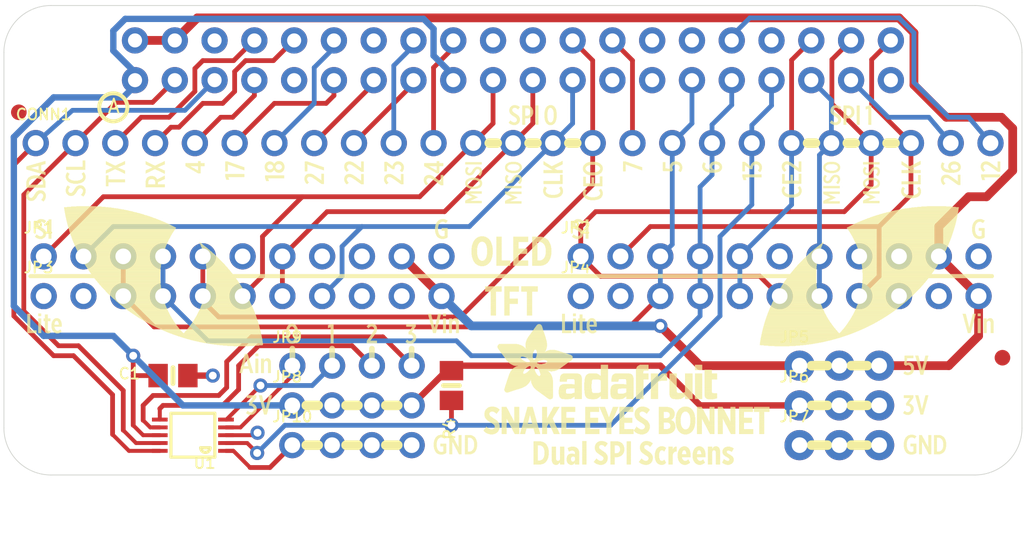
<source format=kicad_pcb>
(kicad_pcb (version 20211014) (generator pcbnew)
  (layers (0 "F.Cu" signal) (31 "B.Cu" signal) (34 "B.Paste" user) (35 "F.Paste" user) (36 "B.SilkS" user "B.Silkscreen") (37 "F.SilkS" user "F.Silkscreen") (38 "B.Mask" user) (39 "F.Mask" user) (44 "Edge.Cuts" user))
  (net 0 "")
  (net 1 "5.0V")
  (net 2 "SDA")
  (net 3 "SCL")
  (net 4 "GPIO4")
  (net 5 "GPIO17")
  (net 6 "GPIO27")
  (net 7 "GPIO22")
  (net 8 "SPI0_MOSI")
  (net 9 "SPI0_MISO")
  (net 10 "SPI0_SCLK")
  (net 11 "GPIO26")
  (net 12 "3.3V")
  (net 13 "GND")
  (net 14 "TXD")
  (net 15 "RXD")
  (net 16 "GPIO24")
  (net 17 "SPI0_CE0")
  (net 18 "GPIO7")
  (net 19 "EECLK")
  (net 20 "SPI1_CE2")
  (net 21 "SPI1_MOSI")
  (net 22 "GPIO23")
  (net 23 "EEDATA")
  (net 24 "GPIO12")
  (net 25 "GPIO18")
  (net 26 "SPI1_MISO")
  (net 27 "SPI1_SCLK")
  (net 28 "LITE4")
  (net 29 "CCS4")
  (net 30 "DC")
  (net 31 "RST")
  (net 32 "3V-4")
  (net 33 "SC2")
  (net 34 "CD2")
  (net 35 "3V-2")
  (net 36 "SC1")
  (net 37 "CD1")
  (net 38 "3V-1")
  (net 39 "CCS3")
  (net 40 "LITE3")
  (net 41 "3V-3")
  (net 42 "ALERT")
  (net 43 "AIN0")
  (net 44 "AIN1")
  (net 45 "AIN2")
  (net 46 "AIN3")
  (net 47 "GPIO25")
  (footprint "boardEagle:1X11_ROUND" (layer "F.Cu") (at 131.2411 106.0336)
    (fp_text reference "JP1" (at -14.0462 -1.8288) (layer "F.SilkS") (effects (font (size 0.692831 0.692831) (thickness 0.119969)) (justify left)))
    (fp_text value "")
    (pad "1" thru_hole circle (at -12.7 0 90) (size 1.6764 1.6764) (drill 1) (layers *.Cu *.Mask) (net 8 "SPI0_MOSI"))
    (pad "2" thru_hole circle (at -10.16 0 90) (size 1.6764 1.6764) (drill 1) (layers *.Cu *.Mask) (net 10 "SPI0_SCLK"))
    (pad "3" thru_hole circle (at -7.62 0 90) (size 1.6764 1.6764) (drill 1) (layers *.Cu *.Mask) (net 30 "DC"))
    (pad "4" thru_hole circle (at -5.08 0 90) (size 1.6764 1.6764) (drill 1) (layers *.Cu *.Mask) (net 31 "RST"))
    (pad "5" thru_hole circle (at -2.54 0 90) (size 1.6764 1.6764) (drill 1) (layers *.Cu *.Mask) (net 17 "SPI0_CE0"))
    (pad "6" thru_hole circle (at 0 0 90) (size 1.6764 1.6764) (drill 1) (layers *.Cu *.Mask) (net 36 "SC1"))
    (pad "7" thru_hole circle (at 2.54 0 90) (size 1.6764 1.6764) (drill 1) (layers *.Cu *.Mask) (net 9 "SPI0_MISO"))
    (pad "8" thru_hole circle (at 5.08 0 90) (size 1.6764 1.6764) (drill 1) (layers *.Cu *.Mask) (net 37 "CD1"))
    (pad "9" thru_hole circle (at 7.62 0 90) (size 1.6764 1.6764) (drill 1) (layers *.Cu *.Mask) (net 38 "3V-1"))
    (pad "10" thru_hole circle (at 10.16 0 90) (size 1.6764 1.6764) (drill 1) (layers *.Cu *.Mask) (net 1 "5.0V"))
    (pad "11" thru_hole circle (at 12.7 0 90) (size 1.6764 1.6764) (drill 1) (layers *.Cu *.Mask) (net 13 "GND"))
  )
  (footprint "boardEagle:PI_BONNET" (layer "F.Cu") (at 116.0011 120.0036)
    (fp_text reference "RPI1" hide)
    (fp_text value "RASPBERRYPI_BPLUS_PHAT" hide)
    (fp_line (start 65 -3) (end 65 -27) (layer "Edge.Cuts") (width 0.05))
    (fp_line (start 0 -27) (end 0 -3) (layer "Edge.Cuts") (width 0.05))
    (fp_line (start 3 0) (end 62 0) (layer "Edge.Cuts") (width 0.05))
    (fp_line (start 62 -30) (end 3 -30) (layer "Edge.Cuts") (width 0.05))
    (fp_arc (start 0 -27) (mid 0.87868 -29.12132) (end 3 -30) (layer "Edge.Cuts") (width 0.05))
    (fp_arc (start 3 0) (mid 0.87868 -0.87868) (end 0 -3) (layer "Edge.Cuts") (width 0.05))
    (fp_arc (start 62 -30) (mid 64.12132 -29.12132) (end 65 -27) (layer "Edge.Cuts") (width 0.05))
    (fp_arc (start 65 -3) (mid 64.12132 -0.87868) (end 62 0) (layer "Edge.Cuts") (width 0.05))
    (pad "" np_thru_hole circle (at 61.5 -3.5) (size 2.8 2.8) (drill 2.8) (layers *.Cu *.Mask))
    (pad "" np_thru_hole circle (at 61.5 -26.5) (size 2.8 2.8) (drill 2.8) (layers *.Cu *.Mask))
    (pad "" np_thru_hole circle (at 3.5 -26.5) (size 2.8 2.8) (drill 2.8) (layers *.Cu *.Mask))
    (pad "" np_thru_hole circle (at 3.5 -3.5) (size 2.8 2.8) (drill 2.8) (layers *.Cu *.Mask))
    (pad "1" thru_hole circle (at 8.37 -25.23) (size 1.6764 1.6764) (drill 0.9) (layers *.Cu *.Mask) (net 12 "3.3V"))
    (pad "2" thru_hole circle (at 8.37 -27.77) (size 1.6764 1.6764) (drill 0.9) (layers *.Cu *.Mask) (net 1 "5.0V"))
    (pad "3" thru_hole circle (at 10.91 -25.23) (size 1.6764 1.6764) (drill 0.9) (layers *.Cu *.Mask) (net 2 "SDA"))
    (pad "4" thru_hole circle (at 10.91 -27.77) (size 1.6764 1.6764) (drill 0.9) (layers *.Cu *.Mask) (net 1 "5.0V"))
    (pad "5" thru_hole circle (at 13.45 -25.23) (size 1.6764 1.6764) (drill 0.9) (layers *.Cu *.Mask) (net 3 "SCL"))
    (pad "6" thru_hole circle (at 13.45 -27.77) (size 1.6764 1.6764) (drill 0.9) (layers *.Cu *.Mask) (net 13 "GND"))
    (pad "7" thru_hole circle (at 15.99 -25.23) (size 1.6764 1.6764) (drill 0.9) (layers *.Cu *.Mask) (net 4 "GPIO4"))
    (pad "8" thru_hole circle (at 15.99 -27.77) (size 1.6764 1.6764) (drill 0.9) (layers *.Cu *.Mask) (net 14 "TXD"))
    (pad "9" thru_hole circle (at 18.53 -25.23) (size 1.6764 1.6764) (drill 0.9) (layers *.Cu *.Mask) (net 13 "GND"))
    (pad "10" thru_hole circle (at 18.53 -27.77) (size 1.6764 1.6764) (drill 0.9) (layers *.Cu *.Mask) (net 15 "RXD"))
    (pad "11" thru_hole circle (at 21.07 -25.23) (size 1.6764 1.6764) (drill 0.9) (layers *.Cu *.Mask) (net 5 "GPIO17"))
    (pad "12" thru_hole circle (at 21.07 -27.77) (size 1.6764 1.6764) (drill 0.9) (layers *.Cu *.Mask) (net 25 "GPIO18"))
    (pad "13" thru_hole circle (at 23.61 -25.23) (size 1.6764 1.6764) (drill 0.9) (layers *.Cu *.Mask) (net 6 "GPIO27"))
    (pad "14" thru_hole circle (at 23.61 -27.77) (size 1.6764 1.6764) (drill 0.9) (layers *.Cu *.Mask) (net 13 "GND"))
    (pad "15" thru_hole circle (at 26.15 -25.23) (size 1.6764 1.6764) (drill 0.9) (layers *.Cu *.Mask) (net 7 "GPIO22"))
    (pad "16" thru_hole circle (at 26.15 -27.77) (size 1.6764 1.6764) (drill 0.9) (layers *.Cu *.Mask) (net 22 "GPIO23"))
    (pad "17" thru_hole circle (at 28.69 -25.23) (size 1.6764 1.6764) (drill 0.9) (layers *.Cu *.Mask) (net 12 "3.3V"))
    (pad "18" thru_hole circle (at 28.69 -27.77) (size 1.6764 1.6764) (drill 0.9) (layers *.Cu *.Mask) (net 16 "GPIO24"))
    (pad "19" thru_hole circle (at 31.23 -25.23) (size 1.6764 1.6764) (drill 0.9) (layers *.Cu *.Mask) (net 8 "SPI0_MOSI"))
    (pad "20" thru_hole circle (at 31.23 -27.77) (size 1.6764 1.6764) (drill 0.9) (layers *.Cu *.Mask) (net 13 "GND"))
    (pad "21" thru_hole circle (at 33.77 -25.23) (size 1.6764 1.6764) (drill 0.9) (layers *.Cu *.Mask) (net 9 "SPI0_MISO"))
    (pad "22" thru_hole circle (at 33.77 -27.77) (size 1.6764 1.6764) (drill 0.9) (layers *.Cu *.Mask) (net 47 "GPIO25"))
    (pad "23" thru_hole circle (at 36.31 -25.23) (size 1.6764 1.6764) (drill 0.9) (layers *.Cu *.Mask) (net 10 "SPI0_SCLK"))
    (pad "24" thru_hole circle (at 36.31 -27.77) (size 1.6764 1.6764) (drill 0.9) (layers *.Cu *.Mask) (net 17 "SPI0_CE0"))
    (pad "25" thru_hole circle (at 38.85 -25.23) (size 1.6764 1.6764) (drill 0.9) (layers *.Cu *.Mask) (net 13 "GND"))
    (pad "26" thru_hole circle (at 38.85 -27.77) (size 1.6764 1.6764) (drill 0.9) (layers *.Cu *.Mask) (net 18 "GPIO7"))
    (pad "27" thru_hole circle (at 41.39 -25.23) (size 1.6764 1.6764) (drill 0.9) (layers *.Cu *.Mask) (net 23 "EEDATA"))
    (pad "28" thru_hole circle (at 41.39 -27.77) (size 1.6764 1.6764) (drill 0.9) (layers *.Cu *.Mask) (net 19 "EECLK"))
    (pad "29" thru_hole circle (at 43.93 -25.23) (size 1.6764 1.6764) (drill 0.9) (layers *.Cu *.Mask) (net 30 "DC"))
    (pad "30" thru_hole circle (at 43.93 -27.77) (size 1.6764 1.6764) (drill 0.9) (layers *.Cu *.Mask) (net 13 "GND"))
    (pad "31" thru_hole circle (at 46.47 -25.23) (size 1.6764 1.6764) (drill 0.9) (layers *.Cu *.Mask) (net 31 "RST"))
    (pad "32" thru_hole circle (at 46.47 -27.77) (size 1.6764 1.6764) (drill 0.9) (layers *.Cu *.Mask) (net 24 "GPIO12"))
    (pad "33" thru_hole circle (at 49.01 -25.23) (size 1.6764 1.6764) (drill 0.9) (layers *.Cu *.Mask) (net 42 "ALERT"))
    (pad "34" thru_hole circle (at 49.01 -27.77) (size 1.6764 1.6764) (drill 0.9) (layers *.Cu *.Mask) (net 13 "GND"))
    (pad "35" thru_hole circle (at 51.55 -25.23) (size 1.6764 1.6764) (drill 0.9) (layers *.Cu *.Mask) (net 26 "SPI1_MISO"))
    (pad "36" thru_hole circle (at 51.55 -27.77) (size 1.6764 1.6764) (drill 0.9) (layers *.Cu *.Mask) (net 20 "SPI1_CE2"))
    (pad "37" thru_hole circle (at 54.09 -25.23) (size 1.6764 1.6764) (drill 0.9) (layers *.Cu *.Mask) (net 11 "GPIO26"))
    (pad "38" thru_hole circle (at 54.09 -27.77) (size 1.6764 1.6764) (drill 0.9) (layers *.Cu *.Mask) (net 21 "SPI1_MOSI"))
    (pad "39" thru_hole circle (at 56.63 -25.23) (size 1.6764 1.6764) (drill 0.9) (layers *.Cu *.Mask) (net 13 "GND"))
    (pad "40" thru_hole circle (at 56.63 -27.77) (size 1.6764 1.6764) (drill 0.9) (layers *.Cu *.Mask) (net 27 "SPI1_SCLK"))
  )
  (footprint "boardEagle:1X11_ROUND" (layer "F.Cu") (at 131.2411 108.5736)
    (fp_text reference "JP3" (at -14.0462 -1.8288) (layer "F.SilkS") (effects (font (size 0.692831 0.692831) (thickness 0.119969)) (justify left)))
    (fp_text value "")
    (pad "1" thru_hole circle (at -12.7 0 90) (size 1.6764 1.6764) (drill 1) (layers *.Cu *.Mask) (net 40 "LITE3"))
    (pad "2" thru_hole circle (at -10.16 0 90) (size 1.6764 1.6764) (drill 1) (layers *.Cu *.Mask) (net 39 "CCS3"))
    (pad "3" thru_hole circle (at -7.62 0 90) (size 1.6764 1.6764) (drill 1) (layers *.Cu *.Mask) (net 30 "DC"))
    (pad "4" thru_hole circle (at -5.08 0 90) (size 1.6764 1.6764) (drill 1) (layers *.Cu *.Mask) (net 31 "RST"))
    (pad "5" thru_hole circle (at -2.54 0 90) (size 1.6764 1.6764) (drill 1) (layers *.Cu *.Mask) (net 17 "SPI0_CE0"))
    (pad "6" thru_hole circle (at 0 0 90) (size 1.6764 1.6764) (drill 1) (layers *.Cu *.Mask) (net 8 "SPI0_MOSI"))
    (pad "7" thru_hole circle (at 2.54 0 90) (size 1.6764 1.6764) (drill 1) (layers *.Cu *.Mask) (net 9 "SPI0_MISO"))
    (pad "8" thru_hole circle (at 5.08 0 90) (size 1.6764 1.6764) (drill 1) (layers *.Cu *.Mask) (net 10 "SPI0_SCLK"))
    (pad "9" thru_hole circle (at 7.62 0 90) (size 1.6764 1.6764) (drill 1) (layers *.Cu *.Mask) (net 13 "GND"))
    (pad "10" thru_hole circle (at 10.16 0 90) (size 1.6764 1.6764) (drill 1) (layers *.Cu *.Mask) (net 41 "3V-3"))
    (pad "11" thru_hole circle (at 12.7 0 90) (size 1.6764 1.6764) (drill 1) (layers *.Cu *.Mask) (net 1 "5.0V"))
  )
  (footprint "boardEagle:FIDUCIAL_1MM" (layer "F.Cu") (at 116.9536 96.8261)
    (fp_text reference "FID1" hide)
    (fp_text value "FIDUCIAL\"\"" hide)
    (pad "1" smd roundrect (at 0 0) (size 1 1) (layers "F.Cu" "F.Mask") (roundrect_rratio 0.5))
  )
  (footprint "boardEagle:MSOP10" (layer "F.Cu") (at 128.0661 117.4636 90)
    (fp_text reference "U1" (at -1.778 1.524) (layer "F.SilkS") (effects (font (size 0.692831 0.692831) (thickness 0.119969)) (justify right)))
    (fp_text value "ADS1015IDGST")
    (pad "1" smd rect (at -1 2.1131 90) (size 0.25 1) (layers "F.Cu" "F.Paste" "F.Mask") (net 13 "GND"))
    (pad "2" smd rect (at -0.5 2.1131 90) (size 0.25 1) (layers "F.Cu" "F.Paste" "F.Mask") (net 42 "ALERT"))
    (pad "3" smd rect (at 0 2.1131 90) (size 0.25 1) (layers "F.Cu" "F.Paste" "F.Mask") (net 13 "GND"))
    (pad "4" smd rect (at 0.5 2.1131 90) (size 0.25 1) (layers "F.Cu" "F.Paste" "F.Mask") (net 43 "AIN0"))
    (pad "5" smd rect (at 1 2.1131 90) (size 0.25 1) (layers "F.Cu" "F.Paste" "F.Mask") (net 44 "AIN1"))
    (pad "6" smd rect (at 1 -2.1131 270) (size 0.25 1) (layers "F.Cu" "F.Paste" "F.Mask") (net 45 "AIN2"))
    (pad "7" smd rect (at 0.5 -2.1131 270) (size 0.25 1) (layers "F.Cu" "F.Paste" "F.Mask") (net 46 "AIN3"))
    (pad "8" smd rect (at 0 -2.1131 270) (size 0.25 1) (layers "F.Cu" "F.Paste" "F.Mask") (net 12 "3.3V"))
    (pad "9" smd rect (at -0.5 -2.1131 270) (size 0.25 1) (layers "F.Cu" "F.Paste" "F.Mask") (net 2 "SDA"))
    (pad "10" smd rect (at -1 -2.1131 270) (size 0.25 1) (layers "F.Cu" "F.Paste" "F.Mask") (net 3 "SCL"))
  )
  (footprint "boardEagle:1X03_ROUND_76" (layer "F.Cu") (at 169.3411 115.5586)
    (fp_text reference "JP6" (at -3.8862 -1.8288) (layer "F.SilkS") (effects (font (size 0.692831 0.692831) (thickness 0.119969)) (justify left)))
    (fp_text value "")
    (pad "1" thru_hole circle (at -2.54 0 90) (size 1.9304 1.9304) (drill 1) (layers *.Cu *.Mask) (net 12 "3.3V"))
    (pad "2" thru_hole circle (at 0 0 90) (size 1.9304 1.9304) (drill 1) (layers *.Cu *.Mask) (net 12 "3.3V"))
    (pad "3" thru_hole circle (at 2.54 0 90) (size 1.9304 1.9304) (drill 1) (layers *.Cu *.Mask) (net 12 "3.3V"))
  )
  (footprint "boardEagle:0805-NO" (layer "F.Cu") (at 144.5761 114.2886 -90)
    (fp_text reference "R4" (at 2.032 0.127 90) (layer "F.SilkS") (effects (font (size 0.692831 0.692831) (thickness 0.119969)) (justify right)))
    (fp_text value "10K")
    (pad "1" smd rect (at -0.95 0 270) (size 1.24 1.5) (layers "F.Cu" "F.Paste" "F.Mask") (net 12 "3.3V"))
    (pad "2" smd rect (at 0.95 0 270) (size 1.24 1.5) (layers "F.Cu" "F.Paste" "F.Mask") (net 42 "ALERT"))
  )
  (footprint "boardEagle:0805-NO" (layer "F.Cu") (at 126.7961 113.6536 180)
    (fp_text reference "C1" (at 2.032 0.127) (layer "F.SilkS") (effects (font (size 0.692831 0.692831) (thickness 0.119969)) (justify right)))
    (fp_text value "10µF")
    (pad "1" smd rect (at -0.95 0 180) (size 1.24 1.5) (layers "F.Cu" "F.Paste" "F.Mask") (net 13 "GND"))
    (pad "2" smd rect (at 0.95 0 180) (size 1.24 1.5) (layers "F.Cu" "F.Paste" "F.Mask") (net 12 "3.3V"))
  )
  (footprint "boardEagle:FIDUCIAL_1MM" (layer "F.Cu") (at 179.7551 112.5106)
    (fp_text reference "FID2" hide)
    (fp_text value "FIDUCIAL\"\"" hide)
    (pad "1" smd roundrect (at 0 0) (size 1 1) (layers "F.Cu" "F.Mask") (roundrect_rratio 0.5))
  )
  (footprint "boardEagle:1X04_ROUND" (layer "F.Cu") (at 138.2261 118.0986)
    (fp_text reference "JP10" (at -5.1562 -1.8288) (layer "F.SilkS") (effects (font (size 0.692831 0.692831) (thickness 0.119969)) (justify left)))
    (fp_text value "")
    (pad "1" thru_hole circle (at -3.81 0 90) (size 1.6764 1.6764) (drill 1) (layers *.Cu *.Mask) (net 13 "GND"))
    (pad "2" thru_hole circle (at -1.27 0 90) (size 1.6764 1.6764) (drill 1) (layers *.Cu *.Mask) (net 13 "GND"))
    (pad "3" thru_hole circle (at 1.27 0 90) (size 1.6764 1.6764) (drill 1) (layers *.Cu *.Mask) (net 13 "GND"))
    (pad "4" thru_hole circle (at 3.81 0 90) (size 1.6764 1.6764) (drill 1) (layers *.Cu *.Mask) (net 13 "GND"))
  )
  (footprint "boardEagle:1X03_ROUND_76" (layer "F.Cu") (at 169.3411 118.0986)
    (fp_text reference "JP7" (at -3.8862 -1.8288) (layer "F.SilkS") (effects (font (size 0.692831 0.692831) (thickness 0.119969)) (justify left)))
    (fp_text value "")
    (pad "1" thru_hole circle (at -2.54 0 90) (size 1.9304 1.9304) (drill 1) (layers *.Cu *.Mask) (net 13 "GND"))
    (pad "2" thru_hole circle (at 0 0 90) (size 1.9304 1.9304) (drill 1) (layers *.Cu *.Mask) (net 13 "GND"))
    (pad "3" thru_hole circle (at 2.54 0 90) (size 1.9304 1.9304) (drill 1) (layers *.Cu *.Mask) (net 13 "GND"))
  )
  (footprint "boardEagle:1X04_ROUND" (layer "F.Cu") (at 138.2261 113.0186)
    (fp_text reference "JP9" (at -5.1562 -1.8288) (layer "F.SilkS") (effects (font (size 0.692831 0.692831) (thickness 0.119969)) (justify left)))
    (fp_text value "")
    (pad "1" thru_hole circle (at -3.81 0 90) (size 1.6764 1.6764) (drill 1) (layers *.Cu *.Mask) (net 43 "AIN0"))
    (pad "2" thru_hole circle (at -1.27 0 90) (size 1.6764 1.6764) (drill 1) (layers *.Cu *.Mask) (net 44 "AIN1"))
    (pad "3" thru_hole circle (at 1.27 0 90) (size 1.6764 1.6764) (drill 1) (layers *.Cu *.Mask) (net 45 "AIN2"))
    (pad "4" thru_hole circle (at 3.81 0 90) (size 1.6764 1.6764) (drill 1) (layers *.Cu *.Mask) (net 46 "AIN3"))
  )
  (footprint "boardEagle:1X11_ROUND" (layer "F.Cu") (at 165.5311 106.0336)
    (fp_text reference "JP2" (at -14.0462 -1.8288) (layer "F.SilkS") (effects (font (size 0.692831 0.692831) (thickness 0.119969)) (justify left)))
    (fp_text value "")
    (pad "1" thru_hole circle (at -12.7 0 90) (size 1.6764 1.6764) (drill 1) (layers *.Cu *.Mask) (net 21 "SPI1_MOSI"))
    (pad "2" thru_hole circle (at -10.16 0 90) (size 1.6764 1.6764) (drill 1) (layers *.Cu *.Mask) (net 27 "SPI1_SCLK"))
    (pad "3" thru_hole circle (at -7.62 0 90) (size 1.6764 1.6764) (drill 1) (layers *.Cu *.Mask) (net 30 "DC"))
    (pad "4" thru_hole circle (at -5.08 0 90) (size 1.6764 1.6764) (drill 1) (layers *.Cu *.Mask) (net 31 "RST"))
    (pad "5" thru_hole circle (at -2.54 0 90) (size 1.6764 1.6764) (drill 1) (layers *.Cu *.Mask) (net 20 "SPI1_CE2"))
    (pad "6" thru_hole circle (at 0 0 90) (size 1.6764 1.6764) (drill 1) (layers *.Cu *.Mask) (net 33 "SC2"))
    (pad "7" thru_hole circle (at 2.54 0 90) (size 1.6764 1.6764) (drill 1) (layers *.Cu *.Mask) (net 26 "SPI1_MISO"))
    (pad "8" thru_hole circle (at 5.08 0 90) (size 1.6764 1.6764) (drill 1) (layers *.Cu *.Mask) (net 34 "CD2"))
    (pad "9" thru_hole circle (at 7.62 0 90) (size 1.6764 1.6764) (drill 1) (layers *.Cu *.Mask) (net 35 "3V-2"))
    (pad "10" thru_hole circle (at 10.16 0 90) (size 1.6764 1.6764) (drill 1) (layers *.Cu *.Mask) (net 1 "5.0V"))
    (pad "11" thru_hole circle (at 12.7 0 90) (size 1.6764 1.6764) (drill 1) (layers *.Cu *.Mask) (net 13 "GND"))
  )
  (footprint "boardEagle:1X25_ROUND_70MIL" (layer "F.Cu") (at 148.5131 98.7946)
    (fp_text reference "CONN1" (at -31.8262 -1.8288) (layer "F.SilkS") (effects (font (size 0.692831 0.692831) (thickness 0.119969)) (justify left)))
    (fp_text value "HEADER-1X25")
    (pad "1" thru_hole circle (at -30.48 0 90) (size 1.6764 1.6764) (drill 1) (layers *.Cu *.Mask) (net 3 "SCL"))
    (pad "2" thru_hole circle (at -27.94 0 90) (size 1.6764 1.6764) (drill 1) (layers *.Cu *.Mask) (net 2 "SDA"))
    (pad "3" thru_hole circle (at -25.4 0 90) (size 1.6764 1.6764) (drill 1) (layers *.Cu *.Mask) (net 14 "TXD"))
    (pad "4" thru_hole circle (at -22.86 0 90) (size 1.6764 1.6764) (drill 1) (layers *.Cu *.Mask) (net 15 "RXD"))
    (pad "5" thru_hole circle (at -20.32 0 90) (size 1.6764 1.6764) (drill 1) (layers *.Cu *.Mask) (net 4 "GPIO4"))
    (pad "6" thru_hole circle (at -17.78 0 90) (size 1.6764 1.6764) (drill 1) (layers *.Cu *.Mask) (net 5 "GPIO17"))
    (pad "7" thru_hole circle (at -15.24 0 90) (size 1.6764 1.6764) (drill 1) (layers *.Cu *.Mask) (net 25 "GPIO18"))
    (pad "8" thru_hole circle (at -12.7 0 90) (size 1.6764 1.6764) (drill 1) (layers *.Cu *.Mask) (net 6 "GPIO27"))
    (pad "9" thru_hole circle (at -10.16 0 90) (size 1.6764 1.6764) (drill 1) (layers *.Cu *.Mask) (net 7 "GPIO22"))
    (pad "10" thru_hole circle (at -7.62 0 90) (size 1.6764 1.6764) (drill 1) (layers *.Cu *.Mask) (net 22 "GPIO23"))
    (pad "11" thru_hole circle (at -5.08 0 90) (size 1.6764 1.6764) (drill 1) (layers *.Cu *.Mask) (net 16 "GPIO24"))
    (pad "12" thru_hole circle (at -2.54 0 90) (size 1.6764 1.6764) (drill 1) (layers *.Cu *.Mask) (net 8 "SPI0_MOSI"))
    (pad "13" thru_hole circle (at 0 0 90) (size 1.6764 1.6764) (drill 1) (layers *.Cu *.Mask) (net 9 "SPI0_MISO"))
    (pad "14" thru_hole circle (at 2.54 0 90) (size 1.6764 1.6764) (drill 1) (layers *.Cu *.Mask) (net 10 "SPI0_SCLK"))
    (pad "15" thru_hole circle (at 5.08 0 90) (size 1.6764 1.6764) (drill 1) (layers *.Cu *.Mask) (net 17 "SPI0_CE0"))
    (pad "16" thru_hole circle (at 7.62 0 90) (size 1.6764 1.6764) (drill 1) (layers *.Cu *.Mask) (net 18 "GPIO7"))
    (pad "17" thru_hole circle (at 10.16 0 90) (size 1.6764 1.6764) (drill 1) (layers *.Cu *.Mask) (net 30 "DC"))
    (pad "18" thru_hole circle (at 12.7 0 90) (size 1.6764 1.6764) (drill 1) (layers *.Cu *.Mask) (net 31 "RST"))
    (pad "19" thru_hole circle (at 15.24 0 90) (size 1.6764 1.6764) (drill 1) (layers *.Cu *.Mask) (net 42 "ALERT"))
    (pad "20" thru_hole circle (at 17.78 0 90) (size 1.6764 1.6764) (drill 1) (layers *.Cu *.Mask) (net 20 "SPI1_CE2"))
    (pad "21" thru_hole circle (at 20.32 0 90) (size 1.6764 1.6764) (drill 1) (layers *.Cu *.Mask) (net 26 "SPI1_MISO"))
    (pad "22" thru_hole circle (at 22.86 0 90) (size 1.6764 1.6764) (drill 1) (layers *.Cu *.Mask) (net 21 "SPI1_MOSI"))
    (pad "23" thru_hole circle (at 25.4 0 90) (size 1.6764 1.6764) (drill 1) (layers *.Cu *.Mask) (net 27 "SPI1_SCLK"))
    (pad "24" thru_hole circle (at 27.94 0 90) (size 1.6764 1.6764) (drill 1) (layers *.Cu *.Mask) (net 11 "GPIO26"))
    (pad "25" thru_hole circle (at 30.48 0 90) (size 1.6764 1.6764) (drill 1) (layers *.Cu *.Mask) (net 24 "GPIO12"))
  )
  (footprint "boardEagle:1X04_ROUND" (layer "F.Cu") (at 138.2261 115.5586)
    (fp_text reference "JP8" (at -5.1562 -1.8288) (layer "F.SilkS") (effects (font (size 0.692831 0.692831) (thickness 0.119969)) (justify left)))
    (fp_text value "")
    (pad "1" thru_hole circle (at -3.81 0 90) (size 1.6764 1.6764) (drill 1) (layers *.Cu *.Mask) (net 12 "3.3V"))
    (pad "2" thru_hole circle (at -1.27 0 90) (size 1.6764 1.6764) (drill 1) (layers *.Cu *.Mask) (net 12 "3.3V"))
    (pad "3" thru_hole circle (at 1.27 0 90) (size 1.6764 1.6764) (drill 1) (layers *.Cu *.Mask) (net 12 "3.3V"))
    (pad "4" thru_hole circle (at 3.81 0 90) (size 1.6764 1.6764) (drill 1) (layers *.Cu *.Mask) (net 12 "3.3V"))
  )
  (footprint "boardEagle:BONNET_EYES_REVA" (layer "F.Cu") (at 116.0011 120.0036)
    (fp_text reference "U$8" hide)
    (fp_text value "" hide)
  )
  (footprint "boardEagle:1X11_ROUND" (layer "F.Cu") (at 165.5311 108.5736)
    (fp_text reference "JP4" (at -14.0462 -1.8288) (layer "F.SilkS") (effects (font (size 0.692831 0.692831) (thickness 0.119969)) (justify left)))
    (fp_text value "")
    (pad "1" thru_hole circle (at -12.7 0 90) (size 1.6764 1.6764) (drill 1) (layers *.Cu *.Mask) (net 28 "LITE4"))
    (pad "2" thru_hole circle (at -10.16 0 90) (size 1.6764 1.6764) (drill 1) (layers *.Cu *.Mask) (net 29 "CCS4"))
    (pad "3" thru_hole circle (at -7.62 0 90) (size 1.6764 1.6764) (drill 1) (layers *.Cu *.Mask) (net 30 "DC"))
    (pad "4" thru_hole circle (at -5.08 0 90) (size 1.6764 1.6764) (drill 1) (layers *.Cu *.Mask) (net 31 "RST"))
    (pad "5" thru_hole circle (at -2.54 0 90) (size 1.6764 1.6764) (drill 1) (layers *.Cu *.Mask) (net 20 "SPI1_CE2"))
    (pad "6" thru_hole circle (at 0 0 90) (size 1.6764 1.6764) (drill 1) (layers *.Cu *.Mask) (net 21 "SPI1_MOSI"))
    (pad "7" thru_hole circle (at 2.54 0 90) (size 1.6764 1.6764) (drill 1) (layers *.Cu *.Mask) (net 26 "SPI1_MISO"))
    (pad "8" thru_hole circle (at 5.08 0 90) (size 1.6764 1.6764) (drill 1) (layers *.Cu *.Mask) (net 27 "SPI1_SCLK"))
    (pad "9" thru_hole circle (at 7.62 0 90) (size 1.6764 1.6764) (drill 1) (layers *.Cu *.Mask) (net 13 "GND"))
    (pad "10" thru_hole circle (at 10.16 0 90) (size 1.6764 1.6764) (drill 1) (layers *.Cu *.Mask) (net 32 "3V-4"))
    (pad "11" thru_hole circle (at 12.7 0 90) (size 1.6764 1.6764) (drill 1) (layers *.Cu *.Mask) (net 1 "5.0V"))
  )
  (footprint "boardEagle:1X03_ROUND_76" (layer "F.Cu") (at 169.3411 113.0186)
    (fp_text reference "JP5" (at -3.8862 -1.8288) (layer "F.SilkS") (effects (font (size 0.692831 0.692831) (thickness 0.119969)) (justify left)))
    (fp_text value "")
    (pad "1" thru_hole circle (at -2.54 0 90) (size 1.9304 1.9304) (drill 1) (layers *.Cu *.Mask) (net 1 "5.0V"))
    (pad "2" thru_hole circle (at 0 0 90) (size 1.9304 1.9304) (drill 1) (layers *.Cu *.Mask) (net 1 "5.0V"))
    (pad "3" thru_hole circle (at 2.54 0 90) (size 1.9304 1.9304) (drill 1) (layers *.Cu *.Mask) (net 1 "5.0V"))
  )
  (gr_line (start 149.5291 98.7946) (end 150.0371 98.7946) (layer "F.SilkS") (width 0.6096))
  (gr_line (start 137.8451 118.0986) (end 138.6071 118.0986) (layer "F.SilkS") (width 0.6096))
  (gr_line (start 140.3851 115.5586) (end 141.1471 115.5586) (layer "F.SilkS") (width 0.6096))
  (gr_line (start 167.3091 98.7946) (end 167.8171 98.7946) (layer "F.SilkS") (width 0.6096))
  (gr_circle (center 122.9861 96.5086) (end 123.884125 96.5086) (layer "F.SilkS") (width 0.254) (fill none))
  (gr_line (start 135.3051 115.5586) (end 136.0671 115.5586) (layer "F.SilkS") (width 0.6096))
  (gr_line (start 167.5631 118.0986) (end 168.5791 118.0986) (layer "F.SilkS") (width 0.6096))
  (gr_line (start 152.0691 98.7946) (end 152.5771 98.7946) (layer "F.SilkS") (width 0.6096))
  (gr_line (start 170.1031 118.0986) (end 171.1191 118.0986) (layer "F.SilkS") (width 0.6096))
  (gr_line (start 167.5631 113.0186) (end 168.5791 113.0186) (layer "F.SilkS") (width 0.6096))
  (gr_line (start 137.8451 115.5586) (end 138.6071 115.5586) (layer "F.SilkS") (width 0.6096))
  (gr_line (start 169.8491 98.7946) (end 170.3571 98.7946) (layer "F.SilkS") (width 0.6096))
  (gr_line (start 146.9891 98.7946) (end 147.4971 98.7946) (layer "F.SilkS") (width 0.6096))
  (gr_line (start 170.1031 115.5586) (end 171.1191 115.5586) (layer "F.SilkS") (width 0.6096))
  (gr_line (start 167.5631 115.5586) (end 168.5791 115.5586) (layer "F.SilkS") (width 0.6096))
  (gr_line (start 135.3051 118.0986) (end 136.0671 118.0986) (layer "F.SilkS") (width 0.6096))
  (gr_line (start 170.1031 113.0186) (end 171.1191 113.0186) (layer "F.SilkS") (width 0.6096))
  (gr_line (start 140.3851 118.0986) (end 141.1471 118.0986) (layer "F.SilkS") (width 0.6096))
  (gr_line (start 172.3891 98.7946) (end 172.8971 98.7946) (layer "F.SilkS") (width 0.6096))
  (gr_text "A" (at 123.01785 96.4451) (layer "F.SilkS") (effects (font (size 0.89408 0.89408) (thickness 0.12192))))
  (segment (start 178.2311 108.5736) (end 178.2311 111.1136) (width 0.5588) (layer "F.Cu") (net 1))
  (segment (start 175.6911 106.0336) (end 178.2311 108.5736) (width 0.5588) (layer "F.Cu") (net 1))
  (segment (start 175.6911 106.0336) (end 175.6911 104.1286) (width 0.5588) (layer "F.Cu") (net 1))
  (segment (start 178.7391 102.2236) (end 180.40915 100.55355) (width 0.5588) (layer "F.Cu") (net 1))
  (segment (start 176.16735 97.1436) (end 179.6916 97.1436) (width 0.5588) (layer "F.Cu") (net 1))
  (segment (start 180.40915 97.86115) (end 180.40915 100.55355) (width 0.5588) (layer "F.Cu") (net 1))
  (segment (start 128.3511 90.7936) (end 126.9111 92.2336) (width 0.5588) (layer "F.Cu") (net 1))
  (segment (start 141.4011 106.0336) (end 143.9411 108.5736) (width 0.5588) (layer "F.Cu") (net 1))
  (segment (start 179.6916 97.1436) (end 180.40915 97.86115) (width 0.5588) (layer "F.Cu") (net 1))
  (segment (start 169.3411 113.0186) (end 171.8811 113.0186) (width 0.5588) (layer "F.Cu") (net 1))
  (segment (start 176.3261 113.0186) (end 171.8811 113.0186) (width 0.5588) (layer "F.Cu") (net 1))
  (segment (start 166.8011 113.0186) (end 169.3411 113.0186) (width 0.5588) (layer "F.Cu") (net 1))
  (segment (start 174.1036 91.7461) (end 174.1036 95.07985) (width 0.5588) (layer "F.Cu") (net 1))
  (segment (start 128.3511 90.7936) (end 173.1511 90.7936) (width 0.5588) (layer "F.Cu") (net 1))
  (segment (start 160.4511 113.0186) (end 166.8011 113.0186) (width 0.5588) (layer "F.Cu") (net 1))
  (segment (start 173.1511 90.7936) (end 174.1036 91.7461) (width 0.5588) (layer "F.Cu") (net 1))
  (segment (start 157.9111 110.4786) (end 160.4511 113.0186) (width 0.5588) (layer "F.Cu") (net 1))
  (segment (start 178.2311 111.1136) (end 176.3261 113.0186) (width 0.5588) (layer "F.Cu") (net 1))
  (segment (start 177.5961 102.2236) (end 178.7391 102.2236) (width 0.5588) (layer "F.Cu") (net 1))
  (segment (start 174.1036 95.07985) (end 176.16735 97.1436) (width 0.5588) (layer "F.Cu") (net 1))
  (segment (start 175.6911 104.1286) (end 177.5961 102.2236) (width 0.5588) (layer "F.Cu") (net 1))
  (segment (start 124.3711 92.2336) (end 126.9111 92.2336) (width 0.5588) (layer "F.Cu") (net 1))
  (via (at 157.9111 110.4786) (size 0.9064) (drill 0.5) (layers "F.Cu" "B.Cu") (net 1))
  (segment (start 143.9411 108.5736) (end 145.8461 110.4786) (width 0.5588) (layer "B.Cu") (net 1))
  (segment (start 145.8461 110.4786) (end 157.9111 110.4786) (width 0.5588) (layer "B.Cu") (net 1))
  (segment (start 120.7636 111.7486) (end 119.4936 111.7486) (width 0.3048) (layer "F.Cu") (net 2))
  (segment (start 124.4386 117.9636) (end 123.6211 117.1461) (width 0.254) (layer "F.Cu") (net 2))
  (segment (start 123.1766 96.1911) (end 125.4936 96.1911) (width 0.3048) (layer "F.Cu") (net 2))
  (segment (start 117.2711 109.5261) (end 117.2711 102.0966) (width 0.3048) (layer "F.Cu") (net 2))
  (segment (start 123.1766 96.1911) (end 120.5731 98.7946) (width 0.3048) (layer "F.Cu") (net 2))
  (segment (start 119.4936 111.7486) (end 117.2711 109.5261) (width 0.3048) (layer "F.Cu") (net 2))
  (segment (start 125.953 117.9636) (end 124.4386 117.9636) (width 0.254) (layer "F.Cu") (net 2))
  (segment (start 123.6211 114.6061) (end 120.7636 111.7486) (width 0.3048) (layer "F.Cu") (net 2))
  (segment (start 125.4936 96.1911) (end 126.9111 94.7736) (width 0.3048) (layer "F.Cu") (net 2))
  (segment (start 117.2711 102.0966) (end 120.5731 98.7946) (width 0.3048) (layer "F.Cu") (net 2))
  (segment (start 123.6211 117.1461) (end 123.6211 114.6061) (width 0.3048) (layer "F.Cu") (net 2))
  (segment (start 122.9386 117.4161) (end 123.9861 118.4636) (width 0.254) (layer "F.Cu") (net 3))
  (segment (start 116.6361 100.1916) (end 118.0331 98.7946) (width 0.3048) (layer "F.Cu") (net 3))
  (segment (start 116.6361 109.8436) (end 116.6361 100.1916) (width 0.3048) (layer "F.Cu") (net 3))
  (segment (start 122.9386 114.8761) (end 120.4461 112.3836) (width 0.3048) (layer "F.Cu") (net 3))
  (segment (start 125.953 118.4636) (end 123.9861 118.4636) (width 0.254) (layer "F.Cu") (net 3))
  (segment (start 119.1761 112.3836) (end 116.6361 109.8436) (width 0.3048) (layer "F.Cu") (net 3))
  (segment (start 120.4461 112.3836) (end 119.1761 112.3836) (width 0.3048) (layer "F.Cu") (net 3))
  (segment (start 122.9386 114.8761) (end 122.9386 117.4161) (width 0.3048) (layer "F.Cu") (net 3))
  (segment (start 120.3826 96.6991) (end 127.5606 96.6991) (width 0.3048) (layer "B.Cu") (net 3))
  (segment (start 120.3826 96.6991) (end 118.0331 98.7946) (width 0.3048) (layer "B.Cu") (net 3))
  (segment (start 127.5606 96.6991) (end 129.4511 94.7736) (width 0.3048) (layer "B.Cu") (net 3))
  (segment (start 131.9911 94.7736) (end 131.9911 95.7586) (width 0.3048) (layer "F.Cu") (net 4))
  (segment (start 129.8441 97.1436) (end 130.6061 97.1436) (width 0.3048) (layer "F.Cu") (net 4))
  (segment (start 129.8441 97.1436) (end 128.1931 98.7946) (width 0.3048) (layer "F.Cu") (net 4))
  (segment (start 130.6061 97.1436) (end 131.9911 95.7586) (width 0.3048) (layer "F.Cu") (net 4))
  (segment (start 130.7331 98.7946) (end 133.2731 96.2546) (width 0.3048) (layer "F.Cu") (net 5))
  (segment (start 137.0711 95.7586) (end 137.0711 94.7736) (width 0.3048) (layer "F.Cu") (net 5))
  (segment (start 133.2731 96.2546) (end 136.5751 96.2546) (width 0.3048) (layer "F.Cu") (net 5))
  (segment (start 136.5751 96.2546) (end 137.0711 95.7586) (width 0.3048) (layer "F.Cu") (net 5))
  (segment (start 139.6111 94.9966) (end 139.6111 94.7736) (width 0.3048) (layer "F.Cu") (net 6))
  (segment (start 135.8131 98.7946) (end 139.6111 94.9966) (width 0.3048) (layer "F.Cu") (net 6))
  (segment (start 138.3531 98.7946) (end 142.1511 94.9966) (width 0.3048) (layer "F.Cu") (net 7))
  (segment (start 142.1511 94.9966) (end 142.1511 94.7736) (width 0.3048) (layer "F.Cu") (net 7))
  (segment (start 132.5111 104.7636) (end 135.0511 102.2236) (width 0.3048) (layer "F.Cu") (net 8))
  (segment (start 132.5111 107.3036) (end 132.5111 104.7636) (width 0.3048) (layer "F.Cu") (net 8))
  (segment (start 142.5441 102.2236) (end 145.9731 98.7946) (width 0.3048) (layer "F.Cu") (net 8))
  (segment (start 118.5411 106.0336) (end 122.3511 102.2236) (width 0.3048) (layer "F.Cu") (net 8))
  (segment (start 135.0511 102.2236) (end 142.5441 102.2236) (width 0.3048) (layer "F.Cu") (net 8))
  (segment (start 147.2311 97.5366) (end 145.9731 98.7946) (width 0.3048) (layer "F.Cu") (net 8))
  (segment (start 131.2411 108.5736) (end 132.5111 107.3036) (width 0.3048) (layer "F.Cu") (net 8))
  (segment (start 147.2311 97.5366) (end 147.2311 94.7736) (width 0.3048) (layer "F.Cu") (net 8))
  (segment (start 122.3511 102.2236) (end 135.0511 102.2236) (width 0.3048) (layer "F.Cu") (net 8))
  (segment (start 136.6386 103.1761) (end 144.1316 103.1761) (width 0.3048) (layer "F.Cu") (net 9))
  (segment (start 144.1316 103.1761) (end 148.5131 98.7946) (width 0.3048) (layer "F.Cu") (net 9))
  (segment (start 133.7811 106.0336) (end 136.6386 103.1761) (width 0.3048) (layer "F.Cu") (net 9))
  (segment (start 149.7711 97.5366) (end 149.7711 94.7736) (width 0.3048) (layer "F.Cu") (net 9))
  (segment (start 149.7711 97.5366) (end 148.5131 98.7946) (width 0.3048) (layer "F.Cu") (net 9))
  (segment (start 133.7811 108.5736) (end 133.7811 106.0336) (width 0.3048) (layer "F.Cu") (net 9))
  (segment (start 137.5911 105.3986) (end 138.8611 104.1286) (width 0.3048) (layer "B.Cu") (net 10))
  (segment (start 145.7191 104.1286) (end 151.0531 98.7946) (width 0.3048) (layer "B.Cu") (net 10))
  (segment (start 138.8611 104.1286) (end 145.7191 104.1286) (width 0.3048) (layer "B.Cu") (net 10))
  (segment (start 137.5911 107.3036) (end 137.5911 105.3986) (width 0.3048) (layer "B.Cu") (net 10))
  (segment (start 136.3211 108.5736) (end 137.5911 107.3036) (width 0.3048) (layer "B.Cu") (net 10))
  (segment (start 122.9861 104.1286) (end 138.8611 104.1286) (width 0.3048) (layer "B.Cu") (net 10))
  (segment (start 152.3111 97.5366) (end 151.0531 98.7946) (width 0.3048) (layer "B.Cu") (net 10))
  (segment (start 152.3111 97.5366) (end 152.3111 94.7736) (width 0.3048) (layer "B.Cu") (net 10))
  (segment (start 121.0811 106.0336) (end 122.9861 104.1286) (width 0.3048) (layer "B.Cu") (net 10))
  (segment (start 175.0561 97.1436) (end 172.4611 97.1436) (width 0.3048) (layer "B.Cu") (net 11))
  (segment (start 172.4611 97.1436) (end 170.0911 94.7736) (width 0.3048) (layer "B.Cu") (net 11))
  (segment (start 176.4531 98.7946) (end 175.0561 97.1436) (width 0.3048) (layer "B.Cu") (net 11))
  (segment (start 166.8011 115.5586) (end 169.3411 115.5586) (width 0.4064) (layer "F.Cu") (net 12))
  (segment (start 169.3411 115.5586) (end 171.8811 115.5586) (width 0.4064) (layer "F.Cu") (net 12))
  (segment (start 124.2561 116.8286) (end 124.2561 113.6536) (width 0.3048) (layer "F.Cu") (net 12))
  (segment (start 124.2561 113.6536) (end 124.2561 112.3836) (width 0.3048) (layer "F.Cu") (net 12))
  (segment (start 124.2561 116.8286) (end 124.8911 117.4636) (width 0.254) (layer "F.Cu") (net 12))
  (segment (start 124.8911 117.4636) (end 125.953 117.4636) (width 0.254) (layer "F.Cu") (net 12))
  (segment (start 144.5761 113.3386) (end 144.5761 113.0186) (width 0.4064) (layer "F.Cu") (net 12))
  (segment (start 142.0361 115.5586) (end 144.5761 113.0186) (width 0.4064) (layer "F.Cu") (net 12))
  (segment (start 134.4161 115.5586) (end 139.4961 115.5586) (width 0.4064) (layer "F.Cu") (net 12))
  (segment (start 125.8461 113.6536) (end 124.2561 113.6536) (width 0.3048) (layer "F.Cu") (net 12))
  (segment (start 125.8461 113.6536) (end 126.1611 113.6536) (width 0.4064) (layer "F.Cu") (net 12))
  (segment (start 144.5761 113.0186) (end 157.9111 113.0186) (width 0.4064) (layer "F.Cu") (net 12))
  (segment (start 160.4511 115.5586) (end 166.8011 115.5586) (width 0.4064) (layer "F.Cu") (net 12))
  (segment (start 157.9111 113.0186) (end 160.4511 115.5586) (width 0.4064) (layer "F.Cu") (net 12))
  (segment (start 139.4961 115.5586) (end 142.0361 115.5586) (width 0.4064) (layer "F.Cu") (net 12))
  (via (at 124.2561 112.3836) (size 0.9064) (drill 0.5) (layers "F.Cu" "B.Cu") (net 12))
  (segment (start 124.3711 94.7736) (end 124.3711 95.1236) (width 0.4064) (layer "B.Cu") (net 12))
  (segment (start 124.3711 95.1236) (end 123.6211 95.8736) (width 0.4064) (layer "B.Cu") (net 12))
  (segment (start 144.6911 94.4646) (end 144.6911 94.7736) (width 0.4064) (layer "B.Cu") (net 12))
  (segment (start 124.3711 94.2741) (end 122.9861 92.8891) (width 0.4064) (layer "B.Cu") (net 12))
  (segment (start 134.4161 115.5586) (end 136.9561 115.5586) (width 0.4064) (layer "B.Cu") (net 12))
  (segment (start 122.9861 92.8891) (end 122.9861 91.6191) (width 0.4064) (layer "B.Cu") (net 12))
  (segment (start 142.7981 90.8571) (end 143.4331 91.4921) (width 0.4064) (layer "B.Cu") (net 12))
  (segment (start 119.1761 95.8736) (end 116.6361 98.4136) (width 0.4064) (layer "B.Cu") (net 12))
  (segment (start 122.9861 91.6191) (end 123.7481 90.8571) (width 0.4064) (layer "B.Cu") (net 12))
  (segment (start 124.3711 94.7736) (end 124.3711 94.2741) (width 0.4064) (layer "B.Cu") (net 12))
  (segment (start 143.4331 91.4921) (end 143.4331 93.2066) (width 0.4064) (layer "B.Cu") (net 12))
  (segment (start 116.6361 109.2086) (end 118.5411 111.1136) (width 0.4064) (layer "B.Cu") (net 12))
  (segment (start 127.4311 115.5586) (end 124.2561 112.3836) (width 0.4064) (layer "B.Cu") (net 12))
  (segment (start 123.7481 90.8571) (end 142.7981 90.8571) (width 0.4064) (layer "B.Cu") (net 12))
  (segment (start 116.6361 98.4136) (end 116.6361 109.2086) (width 0.4064) (layer "B.Cu") (net 12))
  (segment (start 143.4331 93.2066) (end 144.6911 94.4646) (width 0.4064) (layer "B.Cu") (net 12))
  (segment (start 123.6211 95.8736) (end 119.1761 95.8736) (width 0.4064) (layer "B.Cu") (net 12))
  (segment (start 118.5411 111.1136) (end 122.9861 111.1136) (width 0.4064) (layer "B.Cu") (net 12))
  (segment (start 134.4161 115.5586) (end 127.4311 115.5586) (width 0.4064) (layer "B.Cu") (net 12))
  (segment (start 122.9861 111.1136) (end 124.2561 112.3836) (width 0.4064) (layer "B.Cu") (net 12))
  (segment (start 132.98735 119.52735) (end 134.4161 118.0986) (width 0.3048) (layer "F.Cu") (net 13))
  (segment (start 131.71735 119.52735) (end 132.98735 119.52735) (width 0.3048) (layer "F.Cu") (net 13))
  (segment (start 132.03485 117.4636) (end 132.1936 117.30485) (width 0.3048) (layer "F.Cu") (net 13))
  (segment (start 130.6536 118.4636) (end 131.71735 119.52735) (width 0.254) (layer "F.Cu") (net 13))
  (segment (start 130.1792 118.4636) (end 130.6536 118.4636) (width 0.254) (layer "F.Cu") (net 13))
  (segment (start 127.7461 113.6536) (end 129.3361 113.6536) (width 0.4064) (layer "F.Cu") (net 13))
  (segment (start 130.1792 117.4636) (end 132.03485 117.4636) (width 0.254) (layer "F.Cu") (net 13))
  (via (at 132.1936 117.30485) (size 0.9064) (drill 0.5) (layers "F.Cu" "B.Cu") (net 13))
  (via (at 129.3361 113.6536) (size 0.9064) (drill 0.5) (layers "F.Cu" "B.Cu") (net 13))
  (segment (start 124.7641 97.1436) (end 126.5421 97.1436) (width 0.3048) (layer "F.Cu") (net 14))
  (segment (start 128.7011 93.5241) (end 130.6696 93.5241) (width 0.3048) (layer "F.Cu") (net 14))
  (segment (start 131.9251 92.2686) (end 131.9911 92.2336) (width 0.3048) (layer "F.Cu") (net 14))
  (segment (start 130.6696 93.5241) (end 131.9251 92.2686) (width 0.3048) (layer "F.Cu") (net 14))
  (segment (start 123.1131 98.7946) (end 124.7641 97.1436) (width 0.3048) (layer "F.Cu") (net 14))
  (segment (start 128.1931 95.4926) (end 128.1931 94.0321) (width 0.3048) (layer "F.Cu") (net 14))
  (segment (start 128.1931 94.0321) (end 128.7011 93.5241) (width 0.3048) (layer "F.Cu") (net 14))
  (segment (start 126.5421 97.1436) (end 128.1931 95.4926) (width 0.3048) (layer "F.Cu") (net 14))
  (segment (start 125.6531 98.7946) (end 126.6691 97.7786) (width 0.3048) (layer "F.Cu") (net 15))
  (segment (start 134.4651 92.2686) (end 134.5311 92.2336) (width 0.3048) (layer "F.Cu") (net 15))
  (segment (start 128.7011 96.2546) (end 129.9711 96.2546) (width 0.3048) (layer "F.Cu") (net 15))
  (segment (start 133.2096 93.5241) (end 134.4651 92.2686) (width 0.3048) (layer "F.Cu") (net 15))
  (segment (start 127.1771 97.7786) (end 128.7011 96.2546) (width 0.3048) (layer "F.Cu") (net 15))
  (segment (start 130.7331 95.4926) (end 130.7331 94.2226) (width 0.3048) (layer "F.Cu") (net 15))
  (segment (start 130.7331 94.2226) (end 131.4316 93.5241) (width 0.3048) (layer "F.Cu") (net 15))
  (segment (start 131.4316 93.5241) (end 133.2096 93.5241) (width 0.3048) (layer "F.Cu") (net 15))
  (segment (start 126.6691 97.7786) (end 127.1771 97.7786) (width 0.3048) (layer "F.Cu") (net 15))
  (segment (start 129.9711 96.2546) (end 130.7331 95.4926) (width 0.3048) (layer "F.Cu") (net 15))
  (segment (start 144.6911 92.7106) (end 143.4331 93.9686) (width 0.3048) (layer "F.Cu") (net 16))
  (segment (start 143.4331 93.9686) (end 143.4331 98.7946) (width 0.3048) (layer "F.Cu") (net 16))
  (segment (start 144.6911 92.2336) (end 144.6911 92.7106) (width 0.3048) (layer "F.Cu") (net 16))
  (segment (start 145.1476 109.9071) (end 153.5931 101.4616) (width 0.3048) (layer "F.Cu") (net 17))
  (segment (start 128.7011 108.5736) (end 128.7011 108.8911) (width 0.3048) (layer "F.Cu") (net 17))
  (segment (start 128.7011 108.8911) (end 129.7171 109.9071) (width 0.3048) (layer "F.Cu") (net 17))
  (segment (start 129.7171 109.9071) (end 145.1476 109.9071) (width 0.3048) (layer "F.Cu") (net 17))
  (segment (start 128.7011 108.5736) (end 128.7011 106.0336) (width 0.3048) (layer "F.Cu") (net 17))
  (segment (start 153.5931 93.5156) (end 153.5931 98.7946) (width 0.3048) (layer "F.Cu") (net 17))
  (segment (start 153.5931 98.7946) (end 153.5931 101.4616) (width 0.3048) (layer "F.Cu") (net 17))
  (segment (start 153.5931 93.5156) (end 152.3111 92.2336) (width 0.3048) (layer "F.Cu") (net 17))
  (segment (start 156.1331 93.5156) (end 156.1331 98.7946) (width 0.3048) (layer "F.Cu") (net 18))
  (segment (start 156.1331 93.5156) (end 154.8511 92.2336) (width 0.3048) (layer "F.Cu") (net 18))
  (segment (start 166.2931 93.4916) (end 167.5511 92.2336) (width 0.3048) (layer "F.Cu") (net 20))
  (segment (start 166.2931 98.7946) (end 166.2931 93.4916) (width 0.3048) (layer "F.Cu") (net 20))
  (segment (start 166.2931 98.7946) (end 166.2931 102.7316) (width 0.3048) (layer "B.Cu") (net 20))
  (segment (start 166.2931 102.7316) (end 162.9911 106.0336) (width 0.3048) (layer "B.Cu") (net 20))
  (segment (start 162.9911 106.0336) (end 162.9911 108.5736) (width 0.3048) (layer "B.Cu") (net 20))
  (segment (start 154.1011 107.3036) (end 152.8311 106.0336) (width 0.3048) (layer "F.Cu") (net 21))
  (segment (start 152.8311 106.0336) (end 152.8311 104.1286) (width 0.3048) (layer "F.Cu") (net 21))
  (segment (start 165.5311 108.5736) (end 164.2611 107.3036) (width 0.3048) (layer "F.Cu") (net 21))
  (segment (start 171.3731 101.4616) (end 169.6586 103.1761) (width 0.3048) (layer "F.Cu") (net 21))
  (segment (start 168.86485 93.45985) (end 170.0911 92.2336) (width 0.3048) (layer "F.Cu") (net 21))
  (segment (start 168.86485 96.28635) (end 168.86485 93.45985) (width 0.3048) (layer "F.Cu") (net 21))
  (segment (start 153.7836 103.1761) (end 169.6586 103.1761) (width 0.3048) (layer "F.Cu") (net 21))
  (segment (start 152.8311 104.1286) (end 153.7836 103.1761) (width 0.3048) (layer "F.Cu") (net 21))
  (segment (start 171.3731 98.7946) (end 168.86485 96.28635) (width 0.3048) (layer "F.Cu") (net 21))
  (segment (start 171.3731 101.4616) (end 171.3731 98.7946) (width 0.3048) (layer "F.Cu") (net 21))
  (segment (start 164.2611 107.3036) (end 154.1011 107.3036) (width 0.3048) (layer "F.Cu") (net 21))
  (segment (start 140.8931 93.8416) (end 142.1511 92.5836) (width 0.3048) (layer "B.Cu") (net 22))
  (segment (start 140.8931 98.7946) (end 140.8931 93.8416) (width 0.3048) (layer "B.Cu") (net 22))
  (segment (start 142.1511 92.5836) (end 142.1511 92.2336) (width 0.3048) (layer "B.Cu") (net 22))
  (segment (start 162.4711 92.2336) (end 162.4711 91.9486) (width 0.3048) (layer "B.Cu") (net 24))
  (segment (start 177.5961 97.1436) (end 178.9931 98.7946) (width 0.3048) (layer "B.Cu") (net 24))
  (segment (start 173.1511 90.7936) (end 174.1036 91.7461) (width 0.3048) (layer "B.Cu") (net 24))
  (segment (start 174.1036 94.9211) (end 176.3261 97.1436) (width 0.3048) (layer "B.Cu") (net 24))
  (segment (start 176.3261 97.1436) (end 177.5961 97.1436) (width 0.3048) (layer "B.Cu") (net 24))
  (segment (start 174.1036 91.7461) (end 174.1036 94.9211) (width 0.3048) (layer "B.Cu") (net 24))
  (segment (start 163.6261 90.7936) (end 173.1511 90.7936) (width 0.3048) (layer "B.Cu") (net 24))
  (segment (start 162.4711 91.9486) (end 163.6261 90.7936) (width 0.3048) (layer "B.Cu") (net 24))
  (segment (start 137.0711 92.7106) (end 137.0711 92.2336) (width 0.3048) (layer "B.Cu") (net 25))
  (segment (start 133.2731 98.7946) (end 135.8131 96.2546) (width 0.3048) (layer "B.Cu") (net 25))
  (segment (start 135.8131 96.2546) (end 135.8131 93.9686) (width 0.3048) (layer "B.Cu") (net 25))
  (segment (start 135.8131 93.9686) (end 137.0711 92.7106) (width 0.3048) (layer "B.Cu") (net 25))
  (segment (start 168.0711 99.5566) (end 168.8331 98.7946) (width 0.3048) (layer "B.Cu") (net 26))
  (segment (start 168.0711 108.5736) (end 168.0711 106.0336) (width 0.3048) (layer "B.Cu") (net 26))
  (segment (start 168.0711 106.0336) (end 168.0711 99.5566) (width 0.3048) (layer "B.Cu") (net 26))
  (segment (start 168.8331 98.7946) (end 168.8331 96.0556) (width 0.3048) (layer "B.Cu") (net 26))
  (segment (start 168.8331 96.0556) (end 167.5511 94.7736) (width 0.3048) (layer "B.Cu") (net 26))
  (segment (start 157.2761 104.1286) (end 171.8811 104.1286) (width 0.3048) (layer "F.Cu") (net 27))
  (segment (start 171.40485 96.28635) (end 173.9131 98.7946) (width 0.3048) (layer "F.Cu") (net 27))
  (segment (start 171.8811 107.3036) (end 171.8811 104.1286) (width 0.3048) (layer "F.Cu") (net 27))
  (segment (start 173.9131 98.7946) (end 173.9131 102.0966) (width 0.3048) (layer "F.Cu") (net 27))
  (segment (start 170.6111 108.5736) (end 171.8811 107.3036) (width 0.3048) (layer "F.Cu") (net 27))
  (segment (start 171.40485 93.45985) (end 171.40485 96.28635) (width 0.3048) (layer "F.Cu") (net 27))
  (segment (start 173.9131 102.0966) (end 171.8811 104.1286) (width 0.3048) (layer "F.Cu") (net 27))
  (segment (start 171.40485 93.45985) (end 172.6311 92.2336) (width 0.3048) (layer "F.Cu") (net 27))
  (segment (start 155.3711 106.0336) (end 157.2761 104.1286) (width 0.3048) (layer "F.Cu") (net 27))
  (segment (start 123.6211 108.5736) (end 123.6211 106.0336) (width 0.3048) (layer "F.Cu") (net 30))
  (segment (start 123.6211 108.5736) (end 125.5896 110.5421) (width 0.3048) (layer "F.Cu") (net 30))
  (segment (start 155.9426 110.5421) (end 157.9111 108.5736) (width 0.3048) (layer "F.Cu") (net 30))
  (segment (start 125.5896 110.5421) (end 155.9426 110.5421) (width 0.3048) (layer "F.Cu") (net 30))
  (segment (start 159.9311 97.5366) (end 158.6731 98.7946) (width 0.3048) (layer "B.Cu") (net 30))
  (segment (start 157.9111 106.0336) (end 157.9111 108.5736) (width 0.3048) (layer "B.Cu") (net 30))
  (segment (start 158.6731 98.7946) (end 158.6731 105.2716) (width 0.3048) (layer "B.Cu") (net 30))
  (segment (start 158.6731 105.2716) (end 157.9111 106.0336) (width 0.3048) (layer "B.Cu") (net 30))
  (segment (start 159.9311 94.7736) (end 159.9311 97.5366) (width 0.3048) (layer "B.Cu") (net 30))
  (segment (start 161.2131 100.8266) (end 161.2131 98.7946) (width 0.3048) (layer "B.Cu") (net 31))
  (segment (start 129.0186 111.4311) (end 144.8936 111.4311) (width 0.3048) (layer "B.Cu") (net 31))
  (segment (start 157.9111 112.3836) (end 160.4511 109.8436) (width 0.3048) (layer "B.Cu") (net 31))
  (segment (start 160.4511 109.8436) (end 160.4511 108.5736) (width 0.3048) (layer "B.Cu") (net 31))
  (segment (start 162.4711 94.7736) (end 162.4711 96.36185) (width 0.3048) (layer "B.Cu") (net 31))
  (segment (start 160.4511 106.0336) (end 160.4511 108.5736) (width 0.3048) (layer "B.Cu") (net 31))
  (segment (start 160.4511 101.5886) (end 161.2131 100.8266) (width 0.3048) (layer "B.Cu") (net 31))
  (segment (start 161.2131 97.61985) (end 162.4711 96.36185) (width 0.3048) (layer "B.Cu") (net 31))
  (segment (start 126.1611 108.5736) (end 129.0186 111.4311) (width 0.3048) (layer "B.Cu") (net 31))
  (segment (start 160.4511 106.0336) (end 160.4511 101.5886) (width 0.3048) (layer "B.Cu") (net 31))
  (segment (start 144.8936 111.4311) (end 145.8461 112.3836) (width 0.3048) (layer "B.Cu") (net 31))
  (segment (start 161.2131 98.7946) (end 161.2131 97.61985) (width 0.3048) (layer "B.Cu") (net 31))
  (segment (start 145.8461 112.3836) (end 157.9111 112.3836) (width 0.3048) (layer "B.Cu") (net 31))
  (segment (start 126.1611 106.0336) (end 126.1611 108.5736) (width 0.3048) (layer "B.Cu") (net 31))
  (segment (start 144.5761 115.2386) (end 144.5761 116.8286) (width 0.3048) (layer "F.Cu") (net 42))
  (segment (start 131.53485 117.9636) (end 132.16985 118.5986) (width 0.254) (layer "F.Cu") (net 42))
  (segment (start 130.1792 117.9636) (end 131.53485 117.9636) (width 0.254) (layer "F.Cu") (net 42))
  (via (at 144.5761 116.8286) (size 0.9064) (drill 0.5) (layers "F.Cu" "B.Cu") (net 42))
  (via (at 132.16985 118.5986) (size 0.9064) (drill 0.5) (layers "F.Cu" "B.Cu") (net 42))
  (segment (start 144.5761 116.8286) (end 133.93985 116.8286) (width 0.3048) (layer "B.Cu") (net 42))
  (segment (start 154.7361 116.8286) (end 144.5761 116.8286) (width 0.3048) (layer "B.Cu") (net 42))
  (segment (start 133.93985 116.8286) (end 132.16985 118.5986) (width 0.3048) (layer "B.Cu") (net 42))
  (segment (start 163.7531 102.7316) (end 161.7211 104.7636) (width 0.3048) (layer "B.Cu") (net 42))
  (segment (start 163.7531 98.7946) (end 163.7531 97.6516) (width 0.3048) (layer "B.Cu") (net 42))
  (segment (start 161.7211 104.7636) (end 161.7211 109.8436) (width 0.3048) (layer "B.Cu") (net 42))
  (segment (start 161.7211 109.8436) (end 154.7361 116.8286) (width 0.3048) (layer "B.Cu") (net 42))
  (segment (start 165.0111 96.3936) (end 163.7531 97.6516) (width 0.3048) (layer "B.Cu") (net 42))
  (segment (start 165.0111 94.7736) (end 165.0111 96.3936) (width 0.3048) (layer "B.Cu") (net 42))
  (segment (start 163.7531 98.7946) (end 163.7531 102.7316) (width 0.3048) (layer "B.Cu") (net 42))
  (segment (start 131.1061 116.9636) (end 134.4161 113.6536) (width 0.254) (layer "F.Cu") (net 43))
  (segment (start 134.4161 113.0186) (end 134.4161 113.6536) (width 0.3048) (layer "F.Cu") (net 43))
  (segment (start 130.1792 116.9636) (end 131.1061 116.9636) (width 0.254) (layer "F.Cu") (net 43))
  (segment (start 130.2091 116.4636) (end 132.3841 114.2886) (width 0.254) (layer "F.Cu") (net 44))
  (segment (start 130.1792 116.4636) (end 130.2091 116.4636) (width 0.254) (layer "F.Cu") (net 44))
  (via (at 132.3841 114.2886) (size 0.9064) (drill 0.5) (layers "F.Cu" "B.Cu") (net 44))
  (segment (start 132.3841 114.2886) (end 135.6861 114.2886) (width 0.3048) (layer "B.Cu") (net 44))
  (segment (start 135.6861 114.2886) (end 136.9561 113.0186) (width 0.3048) (layer "B.Cu") (net 44))
  (segment (start 129.9711 115.5586) (end 126.1611 115.5586) (width 0.3048) (layer "F.Cu") (net 45))
  (segment (start 129.9711 115.5586) (end 130.9871 114.5426) (width 0.3048) (layer "F.Cu") (net 45))
  (segment (start 139.4961 113.0186) (end 138.2261 111.7486) (width 0.3048) (layer "F.Cu") (net 45))
  (segment (start 125.953 116.4636) (end 125.953 115.7667) (width 0.254) (layer "F.Cu") (net 45))
  (segment (start 130.9871 113.0186) (end 130.9871 114.5426) (width 0.3048) (layer "F.Cu") (net 45))
  (segment (start 126.1611 115.5586) (end 125.953 115.7667) (width 0.3048) (layer "F.Cu") (net 45))
  (segment (start 138.2261 111.7486) (end 132.2571 111.7486) (width 0.3048) (layer "F.Cu") (net 45))
  (segment (start 132.2571 111.7486) (end 130.9871 113.0186) (width 0.3048) (layer "F.Cu") (net 45))
  (segment (start 125.953 116.9636) (end 125.3436 116.9636) (width 0.254) (layer "F.Cu") (net 46))
  (segment (start 129.7171 114.9236) (end 130.2251 114.4156) (width 0.3048) (layer "F.Cu") (net 46))
  (segment (start 140.1946 111.1771) (end 142.0361 113.0186) (width 0.3048) (layer "F.Cu") (net 46))
  (segment (start 140.1946 111.1771) (end 131.8126 111.1771) (width 0.3048) (layer "F.Cu") (net 46))
  (segment (start 125.3436 116.9636) (end 124.8911 116.5111) (width 0.254) (layer "F.Cu") (net 46))
  (segment (start 129.7171 114.9236) (end 125.5261 114.9236) (width 0.3048) (layer "F.Cu") (net 46))
  (segment (start 131.8126 111.1771) (end 130.2251 112.7646) (width 0.3048) (layer "F.Cu") (net 46))
  (segment (start 124.8911 116.5111) (end 124.8911 115.5586) (width 0.3048) (layer "F.Cu") (net 46))
  (segment (start 124.8911 115.5586) (end 125.5261 114.9236) (width 0.3048) (layer "F.Cu") (net 46))
  (segment (start 130.2251 114.4156) (end 130.2251 112.7646) (width 0.3048) (layer "F.Cu") (net 46))
)
</source>
